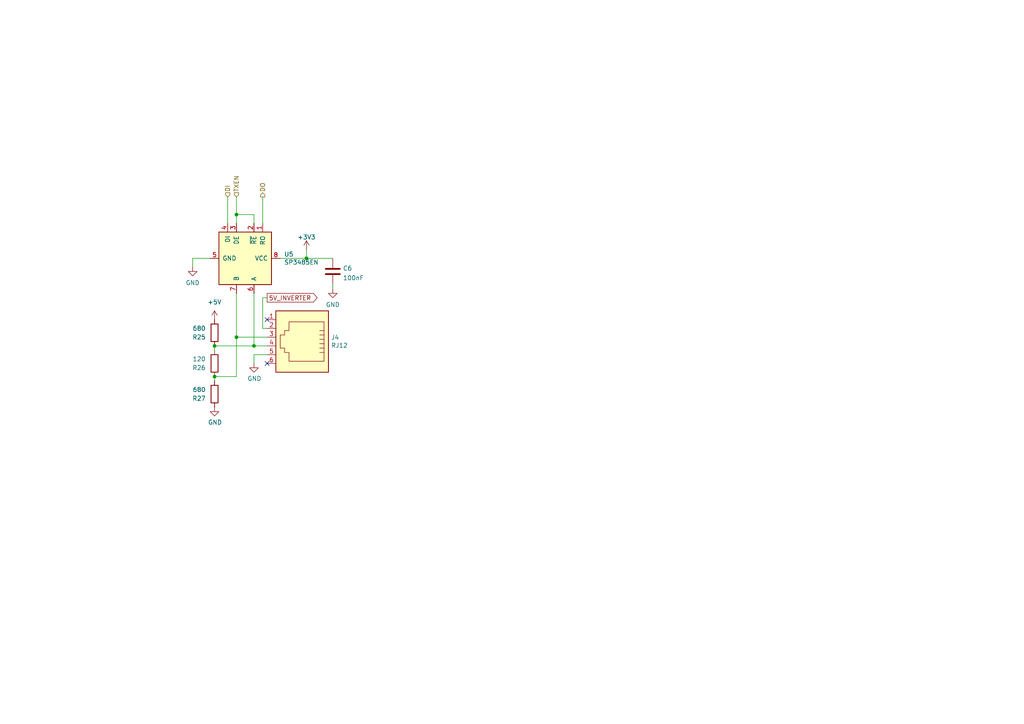
<source format=kicad_sch>
(kicad_sch (version 20211123) (generator eeschema)
  (paper "A4")
  (lib_symbols
    (symbol "Connector:RJ12" (pin_names (offset 1.016))
      (property "Reference" "J" (at -5.08 11.43 0))
      (property "Value" "RJ12" (at 2.54 11.43 0))
      (symbol "RJ12_0_1"
        (polyline (pts (xy -6.35 -1.905) (xy -5.08 -1.905) (xy -5.08 -1.905)))
        (polyline (pts (xy -6.35 -0.635) (xy -5.08 -0.635) (xy -5.08 -0.635)))
        (polyline (pts (xy -6.35 0.635) (xy -5.08 0.635) (xy -5.08 0.635)))
        (polyline (pts (xy -6.35 1.905) (xy -5.08 1.905) (xy -5.08 1.905)))
        (polyline (pts (xy -6.35 3.175) (xy -5.08 3.175) (xy -5.08 3.175)))
        (polyline (pts (xy -5.08 4.445) (xy -6.35 4.445) (xy -6.35 4.445)))
        (polyline (pts (xy -6.35 -4.445) (xy -6.35 6.985) (xy 3.81 6.985) (xy 3.81 4.445) (xy 5.08 4.445) (xy 5.08 3.175) (xy 6.35 3.175) (xy 6.35 -0.635) (xy 5.08 -0.635) (xy 5.08 -1.905) (xy 3.81 -1.905) (xy 3.81 -4.445) (xy -6.35 -4.445) (xy -6.35 -4.445)))
        (rectangle (start 7.62 10.16) (end -7.62 -7.62) (stroke (width 0.254)) (fill (type background)))
      )
      (symbol "RJ12_1_1"
        (pin passive line (at 10.16 -5.08 180) (length 2.54) (name "~") (number "1"))
        (pin passive line (at 10.16 -2.54 180) (length 2.54) (name "~") (number "2"))
        (pin passive line (at 10.16 0 180) (length 2.54) (name "~") (number "3"))
        (pin passive line (at 10.16 2.54 180) (length 2.54) (name "~") (number "4"))
        (pin passive line (at 10.16 5.08 180) (length 2.54) (name "~") (number "5"))
        (pin passive line (at 10.16 7.62 180) (length 2.54) (name "~") (number "6"))
      )
    )
    (symbol "Device:C" (pin_numbers hide) (pin_names (offset 0.254))
      (property "Reference" "C" (at 0.635 2.54 0))
      (property "Value" "C" (at 0.635 -2.54 0))
      (symbol "C_0_1"
        (polyline (pts (xy -2.032 -0.762) (xy 2.032 -0.762)) (stroke (width 0.508)))
        (polyline (pts (xy -2.032 0.762) (xy 2.032 0.762)) (stroke (width 0.508)))
      )
      (symbol "C_1_1"
        (pin passive line (at 0 3.81 270) (length 2.794) (name "~") (number "1"))
        (pin passive line (at 0 -3.81 90) (length 2.794) (name "~") (number "2"))
      )
    )
    (symbol "Device:R" (pin_numbers hide) (pin_names (offset 0))
      (property "Reference" "R" (at 2.032 0 90))
      (property "Value" "R" (at 0 0 90))
      (symbol "R_0_1"
        (rectangle (start -1.016 -2.54) (end 1.016 2.54) (stroke (width 0.254)))
      )
      (symbol "R_1_1"
        (pin passive line (at 0 3.81 270) (length 1.27) (name "~") (number "1"))
        (pin passive line (at 0 -3.81 90) (length 1.27) (name "~") (number "2"))
      )
    )
    (symbol "Interface_UART:SP3485EN" (pin_names (offset 1.016))
      (property "Reference" "U" (at -7.62 8.89 0))
      (property "Value" "SP3485EN" (at 2.54 8.89 0))
      (symbol "SP3485EN_0_1"
        (rectangle (start -7.62 7.62) (end 7.62 -7.62) (stroke (width 0.254)) (fill (type background)))
      )
      (symbol "SP3485EN_1_1"
        (pin output line (at -10.16 5.08 0) (length 2.54) (name "RO") (number "1"))
        (pin input line (at -10.16 2.54 0) (length 2.54) (name "~{RE}") (number "2"))
        (pin input line (at -10.16 -2.54 0) (length 2.54) (name "DE") (number "3"))
        (pin input line (at -10.16 -5.08 0) (length 2.54) (name "DI") (number "4"))
        (pin power_in line (at 0 -10.16 90) (length 2.54) (name "GND") (number "5"))
        (pin bidirectional line (at 10.16 2.54 180) (length 2.54) (name "A") (number "6"))
        (pin bidirectional line (at 10.16 -2.54 180) (length 2.54) (name "B") (number "7"))
        (pin power_in line (at 0 10.16 270) (length 2.54) (name "VCC") (number "8"))
      )
    )
    (symbol "power:+3.3V" (power) (pin_names (offset 0))
      (property "Value" "+3.3V" (at 0 3.556 0))
      (symbol "+3.3V_0_1"
        (polyline (pts (xy -0.762 1.27) (xy 0 2.54)))
        (polyline (pts (xy 0 0) (xy 0 2.54)))
        (polyline (pts (xy 0 2.54) (xy 0.762 1.27)))
      )
      (symbol "+3.3V_1_1"
        (pin power_in line (at 0 0 90) (length 0) hide (name "+3V3") (number "1"))
      )
    )
    (symbol "power:+5V" (power) (pin_names (offset 0))
      (property "Value" "+5V" (at 0 3.556 0))
      (symbol "+5V_0_1"
        (polyline (pts (xy -0.762 1.27) (xy 0 2.54)))
        (polyline (pts (xy 0 0) (xy 0 2.54)))
        (polyline (pts (xy 0 2.54) (xy 0.762 1.27)))
      )
      (symbol "+5V_1_1"
        (pin power_in line (at 0 0 90) (length 0) hide (name "+5V") (number "1"))
      )
    )
    (symbol "power:GND" (power) (pin_names (offset 0))
      (property "Value" "GND" (at 0 -3.81 0))
      (symbol "GND_0_1"
        (polyline (pts (xy 0 0) (xy 0 -1.27) (xy 1.27 -1.27) (xy 0 -2.54) (xy -1.27 -1.27) (xy 0 -1.27)))
      )
      (symbol "GND_1_1"
        (pin power_in line (at 0 0 270) (length 0) hide (name "GND") (number "1"))
      )
    )
  )
  (junction (at 68.58 97.79))
  (junction (at 88.9 74.93))
  (junction (at 68.58 62.23))
  (junction (at 62.23 109.22))
  (junction (at 73.66 100.33))
  (junction (at 62.23 100.33))
  (no_connect (at 77.47 105.41))
  (no_connect (at 77.47 92.71))
  (wire (pts (xy 73.66 100.33) (xy 77.47 100.33)))
  (wire (pts (xy 77.47 86.36) (xy 76.2 86.36)))
  (wire (pts (xy 66.04 57.15) (xy 66.04 64.77)))
  (wire (pts (xy 60.96 74.93) (xy 55.88 74.93)))
  (wire (pts (xy 55.88 74.93) (xy 55.88 77.47)))
  (wire (pts (xy 62.23 109.22) (xy 62.23 110.49)))
  (wire (pts (xy 73.66 62.23) (xy 73.66 64.77)))
  (wire (pts (xy 68.58 97.79) (xy 68.58 109.22)))
  (wire (pts (xy 88.9 74.93) (xy 88.9 72.39)))
  (wire (pts (xy 68.58 57.15) (xy 68.58 62.23)))
  (wire (pts (xy 68.58 109.22) (xy 62.23 109.22)))
  (wire (pts (xy 96.52 82.55) (xy 96.52 83.82)))
  (wire (pts (xy 76.2 95.25) (xy 77.47 95.25)))
  (wire (pts (xy 62.23 100.33) (xy 73.66 100.33)))
  (wire (pts (xy 68.58 62.23) (xy 68.58 64.77)))
  (wire (pts (xy 76.2 57.15) (xy 76.2 64.77)))
  (wire (pts (xy 73.66 85.09) (xy 73.66 100.33)))
  (wire (pts (xy 68.58 85.09) (xy 68.58 97.79)))
  (wire (pts (xy 68.58 97.79) (xy 77.47 97.79)))
  (wire (pts (xy 77.47 102.87) (xy 73.66 102.87)))
  (wire (pts (xy 81.28 74.93) (xy 88.9 74.93)))
  (wire (pts (xy 76.2 86.36) (xy 76.2 95.25)))
  (wire (pts (xy 88.9 74.93) (xy 96.52 74.93)))
  (wire (pts (xy 68.58 62.23) (xy 73.66 62.23)))
  (wire (pts (xy 73.66 102.87) (xy 73.66 105.41)))
  (wire (pts (xy 62.23 100.33) (xy 62.23 101.6)))
  (global_label "5V_INVERTER" (shape output) (at 77.47 86.36 0) (property "Intersheet References" "${INTERSHEET_REFS}" (effects hide)))
  (hierarchical_label "TXEN" (shape input) (at 68.58 57.15 90))
  (hierarchical_label "DI" (shape input) (at 66.04 57.15 90))
  (hierarchical_label "DO" (shape output) (at 76.2 57.15 90))
  (symbol (lib_id "Connector:RJ12") (at 87.63 97.79 180) (unit 1)
    (property "Reference" "J4" (at 96.012 97.8916 0) (effects (justify right)))
    (property "Value" "RJ12" (at 96.012 100.203 0) (effects (justify right)))
    (property "Footprint" "Connector_RJ:RJ12_Amphenol_54601" (effects hide))
    (property "LCSC" "C305981" (effects hide))
  )
  (symbol (lib_id "Interface_UART:SP3485EN") (at 71.12 74.93 270) (unit 1)
    (property "Reference" "U5" (at 82.3976 73.7616 90) (effects (justify left)))
    (property "Value" "SP3485EN" (at 82.3976 76.073 90) (effects (justify left)))
    (property "Footprint" "Package_SO:SOIC-8_3.9x4.9mm_P1.27mm" (effects hide))
    (property "Datasheet" "http://www.icbase.com/pdf/SPX/SPX00480106.pdf" (effects hide))
    (property "LCSC" "C8963" (effects hide))
    (property "JLCPCB_CORRECTION" "0; 0; 270" (effects hide))
  )
  (symbol (lib_id "power:GND") (at 73.66 105.41 0) (unit 1)
    (property "Reference" "#PWR0116" (effects hide))
    (property "Value" "GND" (at 73.787 109.8042 0))
  )
  (symbol (lib_id "Device:R") (at 62.23 114.3 180) (unit 1)
    (property "Reference" "R27" (at 59.69 115.5701 0) (effects (justify left)))
    (property "Value" "680" (at 59.69 113.0301 0) (effects (justify left)))
    (property "Footprint" "Resistor_SMD:R_0603_1608Metric" (effects hide))
    (property "LCSC" "C23228" (effects hide))
  )
  (symbol (lib_id "power:GND") (at 55.88 77.47 0) (unit 1)
    (property "Reference" "#PWR0117" (effects hide))
    (property "Value" "GND" (at 55.88 82.0325 0))
  )
  (symbol (lib_id "power:+5V") (at 62.23 92.71 0) (unit 1)
    (property "Reference" "#PWR0142" (effects hide))
    (property "Value" "+5V" (at 62.23 87.63 0))
    (property "Footprint" "Resistor_SMD:R_0603_1608Metric" (effects hide))
  )
  (symbol (lib_id "power:GND") (at 96.52 83.82 0) (unit 1)
    (property "Reference" "#PWR0119" (effects hide))
    (property "Value" "GND" (at 96.52 88.3825 0))
  )
  (symbol (lib_id "Device:R") (at 62.23 96.52 180) (unit 1)
    (property "Reference" "R25" (at 59.69 97.7901 0) (effects (justify left)))
    (property "Value" "680" (at 59.69 95.2501 0) (effects (justify left)))
    (property "Footprint" "Resistor_SMD:R_0603_1608Metric" (effects hide))
    (property "LCSC" "C23228" (effects hide))
  )
  (symbol (lib_id "Device:R") (at 62.23 105.41 180) (unit 1)
    (property "Reference" "R26" (at 59.69 106.6801 0) (effects (justify left)))
    (property "Value" "120" (at 59.69 104.1401 0) (effects (justify left)))
    (property "Footprint" "Resistor_SMD:R_0603_1608Metric" (effects hide))
    (property "LCSC" "C22787" (effects hide))
  )
  (symbol (lib_id "Device:C") (at 96.52 78.74 0) (unit 1)
    (property "Reference" "C6" (at 99.441 77.8315 0) (effects (justify left)))
    (property "Value" "100nF" (at 99.441 80.6066 0) (effects (justify left)))
    (property "Footprint" "Capacitor_SMD:C_0603_1608Metric" (effects hide))
    (property "LCSC" "C14663" (effects hide))
  )
  (symbol (lib_id "power:GND") (at 62.23 118.11 0) (unit 1)
    (property "Reference" "#PWR0143" (effects hide))
    (property "Value" "GND" (at 62.357 122.5042 0))
  )
  (symbol (lib_id "power:+3.3V") (at 88.9 72.39 0) (unit 1)
    (property "Reference" "#PWR0118" (effects hide))
    (property "Value" "+3.3V" (at 88.9 68.7855 0))
  )
)
</source>
